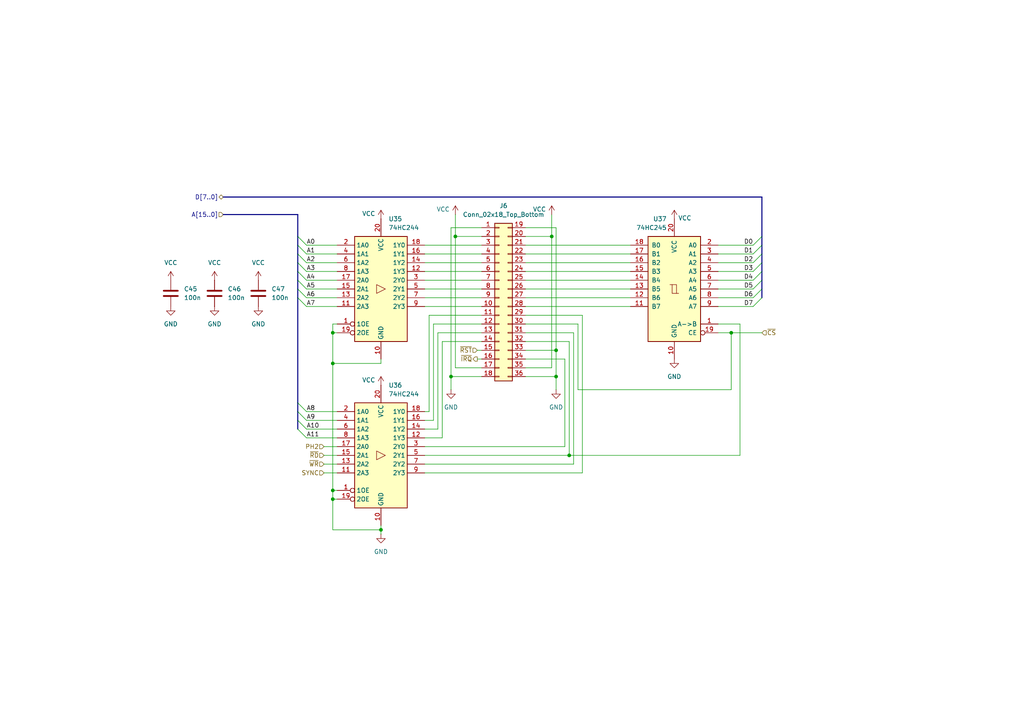
<source format=kicad_sch>
(kicad_sch (version 20231120) (generator "eeschema") (generator_version "8.0")
  (paper "A4")
  (lib_symbols
    (symbol "74xx:74HC244"
      (property "Reference" "U" (at -7.62 16.51 0))
      (property "Value" "74HC244" (at -7.62 -16.51 0))
      (symbol "74HC244_1_0"
        (polyline (pts (xy 1.27 0) (xy -1.27 1.27) (xy -1.27 -1.27) (xy 1.27 0)) (stroke (width 0.1524)))
        (pin input inverted (at -12.7 -10.16 0) (length 5.08) (name "1OE") (number "1"))
        (pin power_in line (at 0 -20.32 90) (length 5.08) (name "GND") (number "10"))
        (pin input line (at -12.7 -5.08 0) (length 5.08) (name "2A3") (number "11"))
        (pin tri_state line (at 12.7 5.08 180) (length 5.08) (name "1Y3") (number "12"))
        (pin input line (at -12.7 -2.54 0) (length 5.08) (name "2A2") (number "13"))
        (pin tri_state line (at 12.7 7.62 180) (length 5.08) (name "1Y2") (number "14"))
        (pin input line (at -12.7 0 0) (length 5.08) (name "2A1") (number "15"))
        (pin tri_state line (at 12.7 10.16 180) (length 5.08) (name "1Y1") (number "16"))
        (pin input line (at -12.7 2.54 0) (length 5.08) (name "2A0") (number "17"))
        (pin tri_state line (at 12.7 12.7 180) (length 5.08) (name "1Y0") (number "18"))
        (pin input inverted (at -12.7 -12.7 0) (length 5.08) (name "2OE") (number "19"))
        (pin input line (at -12.7 12.7 0) (length 5.08) (name "1A0") (number "2"))
        (pin power_in line (at 0 20.32 270) (length 5.08) (name "VCC") (number "20"))
        (pin tri_state line (at 12.7 2.54 180) (length 5.08) (name "2Y0") (number "3"))
        (pin input line (at -12.7 10.16 0) (length 5.08) (name "1A1") (number "4"))
        (pin tri_state line (at 12.7 0 180) (length 5.08) (name "2Y1") (number "5"))
        (pin input line (at -12.7 7.62 0) (length 5.08) (name "1A2") (number "6"))
        (pin tri_state line (at 12.7 -2.54 180) (length 5.08) (name "2Y2") (number "7"))
        (pin input line (at -12.7 5.08 0) (length 5.08) (name "1A3") (number "8"))
        (pin tri_state line (at 12.7 -5.08 180) (length 5.08) (name "2Y3") (number "9"))
      )
      (symbol "74HC244_1_1"
        (rectangle (start -7.62 15.24) (end 7.62 -15.24) (stroke (width 0.254)) (fill (type background)))
      )
    )
    (symbol "74xx:74HC245" (pin_names (offset 1.016))
      (property "Reference" "U" (at -7.62 16.51 0))
      (property "Value" "74HC245" (at -7.62 -16.51 0))
      (symbol "74HC245_1_0"
        (polyline (pts (xy -0.635 -1.27) (xy -0.635 1.27) (xy 0.635 1.27)))
        (polyline (pts (xy -1.27 -1.27) (xy 0.635 -1.27) (xy 0.635 1.27) (xy 1.27 1.27)))
        (pin input line (at -12.7 -10.16 0) (length 5.08) (name "A->B") (number "1"))
        (pin power_in line (at 0 -20.32 90) (length 5.08) (name "GND") (number "10"))
        (pin tri_state line (at 12.7 -5.08 180) (length 5.08) (name "B7") (number "11"))
        (pin tri_state line (at 12.7 -2.54 180) (length 5.08) (name "B6") (number "12"))
        (pin tri_state line (at 12.7 0 180) (length 5.08) (name "B5") (number "13"))
        (pin tri_state line (at 12.7 2.54 180) (length 5.08) (name "B4") (number "14"))
        (pin tri_state line (at 12.7 5.08 180) (length 5.08) (name "B3") (number "15"))
        (pin tri_state line (at 12.7 7.62 180) (length 5.08) (name "B2") (number "16"))
        (pin tri_state line (at 12.7 10.16 180) (length 5.08) (name "B1") (number "17"))
        (pin tri_state line (at 12.7 12.7 180) (length 5.08) (name "B0") (number "18"))
        (pin input inverted (at -12.7 -12.7 0) (length 5.08) (name "CE") (number "19"))
        (pin tri_state line (at -12.7 12.7 0) (length 5.08) (name "A0") (number "2"))
        (pin power_in line (at 0 20.32 270) (length 5.08) (name "VCC") (number "20"))
        (pin tri_state line (at -12.7 10.16 0) (length 5.08) (name "A1") (number "3"))
        (pin tri_state line (at -12.7 7.62 0) (length 5.08) (name "A2") (number "4"))
        (pin tri_state line (at -12.7 5.08 0) (length 5.08) (name "A3") (number "5"))
        (pin tri_state line (at -12.7 2.54 0) (length 5.08) (name "A4") (number "6"))
        (pin tri_state line (at -12.7 0 0) (length 5.08) (name "A5") (number "7"))
        (pin tri_state line (at -12.7 -2.54 0) (length 5.08) (name "A6") (number "8"))
        (pin tri_state line (at -12.7 -5.08 0) (length 5.08) (name "A7") (number "9"))
      )
      (symbol "74HC245_1_1"
        (rectangle (start -7.62 15.24) (end 7.62 -15.24) (stroke (width 0.254)) (fill (type background)))
      )
    )
    (symbol "Connector_Generic:Conn_02x18_Top_Bottom" (pin_names (offset 1.016) hide)
      (property "Reference" "J" (at 1.27 22.86 0))
      (property "Value" "Conn_02x18_Top_Bottom" (at 1.27 -25.4 0))
      (symbol "Conn_02x18_Top_Bottom_1_1"
        (rectangle (start -1.27 -22.733) (end 0 -22.987) (stroke (width 0.1524)))
        (rectangle (start -1.27 -20.193) (end 0 -20.447) (stroke (width 0.1524)))
        (rectangle (start -1.27 -17.653) (end 0 -17.907) (stroke (width 0.1524)))
        (rectangle (start -1.27 -15.113) (end 0 -15.367) (stroke (width 0.1524)))
        (rectangle (start -1.27 -12.573) (end 0 -12.827) (stroke (width 0.1524)))
        (rectangle (start -1.27 -10.033) (end 0 -10.287) (stroke (width 0.1524)))
        (rectangle (start -1.27 -7.493) (end 0 -7.747) (stroke (width 0.1524)))
        (rectangle (start -1.27 -4.953) (end 0 -5.207) (stroke (width 0.1524)))
        (rectangle (start -1.27 -2.413) (end 0 -2.667) (stroke (width 0.1524)))
        (rectangle (start -1.27 0.127) (end 0 -0.127) (stroke (width 0.1524)))
        (rectangle (start -1.27 2.667) (end 0 2.413) (stroke (width 0.1524)))
        (rectangle (start -1.27 5.207) (end 0 4.953) (stroke (width 0.1524)))
        (rectangle (start -1.27 7.747) (end 0 7.493) (stroke (width 0.1524)))
        (rectangle (start -1.27 10.287) (end 0 10.033) (stroke (width 0.1524)))
        (rectangle (start -1.27 12.827) (end 0 12.573) (stroke (width 0.1524)))
        (rectangle (start -1.27 15.367) (end 0 15.113) (stroke (width 0.1524)))
        (rectangle (start -1.27 17.907) (end 0 17.653) (stroke (width 0.1524)))
        (rectangle (start -1.27 20.447) (end 0 20.193) (stroke (width 0.1524)))
        (rectangle (start -1.27 21.59) (end 3.81 -24.13) (stroke (width 0.254)) (fill (type background)))
        (rectangle (start 3.81 -22.733) (end 2.54 -22.987) (stroke (width 0.1524)))
        (rectangle (start 3.81 -20.193) (end 2.54 -20.447) (stroke (width 0.1524)))
        (rectangle (start 3.81 -17.653) (end 2.54 -17.907) (stroke (width 0.1524)))
        (rectangle (start 3.81 -15.113) (end 2.54 -15.367) (stroke (width 0.1524)))
        (rectangle (start 3.81 -12.573) (end 2.54 -12.827) (stroke (width 0.1524)))
        (rectangle (start 3.81 -10.033) (end 2.54 -10.287) (stroke (width 0.1524)))
        (rectangle (start 3.81 -7.493) (end 2.54 -7.747) (stroke (width 0.1524)))
        (rectangle (start 3.81 -4.953) (end 2.54 -5.207) (stroke (width 0.1524)))
        (rectangle (start 3.81 -2.413) (end 2.54 -2.667) (stroke (width 0.1524)))
        (rectangle (start 3.81 0.127) (end 2.54 -0.127) (stroke (width 0.1524)))
        (rectangle (start 3.81 2.667) (end 2.54 2.413) (stroke (width 0.1524)))
        (rectangle (start 3.81 5.207) (end 2.54 4.953) (stroke (width 0.1524)))
        (rectangle (start 3.81 7.747) (end 2.54 7.493) (stroke (width 0.1524)))
        (rectangle (start 3.81 10.287) (end 2.54 10.033) (stroke (width 0.1524)))
        (rectangle (start 3.81 12.827) (end 2.54 12.573) (stroke (width 0.1524)))
        (rectangle (start 3.81 15.367) (end 2.54 15.113) (stroke (width 0.1524)))
        (rectangle (start 3.81 17.907) (end 2.54 17.653) (stroke (width 0.1524)))
        (rectangle (start 3.81 20.447) (end 2.54 20.193) (stroke (width 0.1524)))
        (pin passive line (at -5.08 20.32 0) (length 3.81) (name "Pin_1") (number "1"))
        (pin passive line (at -5.08 -2.54 0) (length 3.81) (name "Pin_10") (number "10"))
        (pin passive line (at -5.08 -5.08 0) (length 3.81) (name "Pin_11") (number "11"))
        (pin passive line (at -5.08 -7.62 0) (length 3.81) (name "Pin_12") (number "12"))
        (pin passive line (at -5.08 -10.16 0) (length 3.81) (name "Pin_13") (number "13"))
        (pin passive line (at -5.08 -12.7 0) (length 3.81) (name "Pin_14") (number "14"))
        (pin passive line (at -5.08 -15.24 0) (length 3.81) (name "Pin_15") (number "15"))
        (pin passive line (at -5.08 -17.78 0) (length 3.81) (name "Pin_16") (number "16"))
        (pin passive line (at -5.08 -20.32 0) (length 3.81) (name "Pin_17") (number "17"))
        (pin passive line (at -5.08 -22.86 0) (length 3.81) (name "Pin_18") (number "18"))
        (pin passive line (at 7.62 20.32 180) (length 3.81) (name "Pin_19") (number "19"))
        (pin passive line (at -5.08 17.78 0) (length 3.81) (name "Pin_2") (number "2"))
        (pin passive line (at 7.62 17.78 180) (length 3.81) (name "Pin_20") (number "20"))
        (pin passive line (at 7.62 15.24 180) (length 3.81) (name "Pin_21") (number "21"))
        (pin passive line (at 7.62 12.7 180) (length 3.81) (name "Pin_22") (number "22"))
        (pin passive line (at 7.62 10.16 180) (length 3.81) (name "Pin_23") (number "23"))
        (pin passive line (at 7.62 7.62 180) (length 3.81) (name "Pin_24") (number "24"))
        (pin passive line (at 7.62 5.08 180) (length 3.81) (name "Pin_25") (number "25"))
        (pin passive line (at 7.62 2.54 180) (length 3.81) (name "Pin_26") (number "26"))
        (pin passive line (at 7.62 0 180) (length 3.81) (name "Pin_27") (number "27"))
        (pin passive line (at 7.62 -2.54 180) (length 3.81) (name "Pin_28") (number "28"))
        (pin passive line (at 7.62 -5.08 180) (length 3.81) (name "Pin_29") (number "29"))
        (pin passive line (at -5.08 15.24 0) (length 3.81) (name "Pin_3") (number "3"))
        (pin passive line (at 7.62 -7.62 180) (length 3.81) (name "Pin_30") (number "30"))
        (pin passive line (at 7.62 -10.16 180) (length 3.81) (name "Pin_31") (number "31"))
        (pin passive line (at 7.62 -12.7 180) (length 3.81) (name "Pin_32") (number "32"))
        (pin passive line (at 7.62 -15.24 180) (length 3.81) (name "Pin_33") (number "33"))
        (pin passive line (at 7.62 -17.78 180) (length 3.81) (name "Pin_34") (number "34"))
        (pin passive line (at 7.62 -20.32 180) (length 3.81) (name "Pin_35") (number "35"))
        (pin passive line (at 7.62 -22.86 180) (length 3.81) (name "Pin_36") (number "36"))
        (pin passive line (at -5.08 12.7 0) (length 3.81) (name "Pin_4") (number "4"))
        (pin passive line (at -5.08 10.16 0) (length 3.81) (name "Pin_5") (number "5"))
        (pin passive line (at -5.08 7.62 0) (length 3.81) (name "Pin_6") (number "6"))
        (pin passive line (at -5.08 5.08 0) (length 3.81) (name "Pin_7") (number "7"))
        (pin passive line (at -5.08 2.54 0) (length 3.81) (name "Pin_8") (number "8"))
        (pin passive line (at -5.08 0 0) (length 3.81) (name "Pin_9") (number "9"))
      )
    )
    (symbol "Device:C" (pin_numbers hide) (pin_names (offset 0.254))
      (property "Reference" "C" (at 0.635 2.54 0))
      (property "Value" "C" (at 0.635 -2.54 0))
      (symbol "C_0_1"
        (polyline (pts (xy -2.032 -0.762) (xy 2.032 -0.762)) (stroke (width 0.508)))
        (polyline (pts (xy -2.032 0.762) (xy 2.032 0.762)) (stroke (width 0.508)))
      )
      (symbol "C_1_1"
        (pin passive line (at 0 3.81 270) (length 2.794) (name "~") (number "1"))
        (pin passive line (at 0 -3.81 90) (length 2.794) (name "~") (number "2"))
      )
    )
    (symbol "power:GND" (power) (pin_numbers hide) (pin_names (offset 0) hide)
      (property "Value" "GND" (at 0 -3.81 0))
      (symbol "GND_0_1"
        (polyline (pts (xy 0 0) (xy 0 -1.27) (xy 1.27 -1.27) (xy 0 -2.54) (xy -1.27 -1.27) (xy 0 -1.27)))
      )
      (symbol "GND_1_1"
        (pin power_in line (at 0 0 270) (length 0) (name "~") (number "1"))
      )
    )
    (symbol "power:VCC" (power) (pin_numbers hide) (pin_names (offset 0) hide)
      (property "Value" "VCC" (at 0 3.556 0))
      (symbol "VCC_0_1"
        (polyline (pts (xy -0.762 1.27) (xy 0 2.54)))
        (polyline (pts (xy 0 0) (xy 0 2.54)))
        (polyline (pts (xy 0 2.54) (xy 0.762 1.27)))
      )
      (symbol "VCC_1_1"
        (pin power_in line (at 0 0 90) (length 0) (name "~") (number "1"))
      )
    )
  )
  (junction (at 161.29 101.6))
  (junction (at 96.52 105.41))
  (junction (at 165.1 132.08))
  (junction (at 161.29 109.22))
  (junction (at 212.09 96.52))
  (junction (at 130.81 109.22))
  (junction (at 160.02 68.58))
  (junction (at 110.49 153.67))
  (junction (at 132.08 68.58))
  (junction (at 96.52 142.24))
  (junction (at 96.52 144.78))
  (junction (at 96.52 96.52))
  (bus_entry (at 220.98 78.74) (size -2.54 2.54))
  (bus_entry (at 86.36 71.12) (size 2.54 2.54))
  (bus_entry (at 86.36 116.84) (size 2.54 2.54))
  (bus_entry (at 86.36 73.66) (size 2.54 2.54))
  (bus_entry (at 220.98 68.58) (size -2.54 2.54))
  (bus_entry (at 86.36 76.2) (size 2.54 2.54))
  (bus_entry (at 220.98 73.66) (size -2.54 2.54))
  (bus_entry (at 86.36 81.28) (size 2.54 2.54))
  (bus_entry (at 220.98 71.12) (size -2.54 2.54))
  (bus_entry (at 220.98 76.2) (size -2.54 2.54))
  (bus_entry (at 220.98 86.36) (size -2.54 2.54))
  (bus_entry (at 86.36 121.92) (size 2.54 2.54))
  (bus_entry (at 86.36 124.46) (size 2.54 2.54))
  (bus_entry (at 86.36 68.58) (size 2.54 2.54))
  (bus_entry (at 220.98 81.28) (size -2.54 2.54))
  (bus_entry (at 86.36 119.38) (size 2.54 2.54))
  (bus_entry (at 86.36 86.36) (size 2.54 2.54))
  (bus_entry (at 220.98 83.82) (size -2.54 2.54))
  (bus_entry (at 86.36 83.82) (size 2.54 2.54))
  (bus_entry (at 86.36 78.74) (size 2.54 2.54))
  (wire (pts (xy 152.4 101.6) (xy 161.29 101.6)))
  (wire (pts (xy 88.9 78.74) (xy 97.79 78.74)))
  (wire (pts (xy 165.1 99.06) (xy 152.4 99.06)))
  (wire (pts (xy 93.98 134.62) (xy 97.79 134.62)))
  (bus (pts (xy 86.36 119.38) (xy 86.36 121.92)))
  (wire (pts (xy 110.49 152.4) (xy 110.49 153.67)))
  (wire (pts (xy 88.9 83.82) (xy 97.79 83.82)))
  (wire (pts (xy 138.43 101.6) (xy 139.7 101.6)))
  (bus (pts (xy 86.36 83.82) (xy 86.36 86.36)))
  (wire (pts (xy 208.28 78.74) (xy 218.44 78.74)))
  (wire (pts (xy 96.52 105.41) (xy 110.49 105.41)))
  (wire (pts (xy 132.08 68.58) (xy 132.08 62.23)))
  (wire (pts (xy 88.9 88.9) (xy 97.79 88.9)))
  (wire (pts (xy 168.91 137.16) (xy 168.91 91.44)))
  (wire (pts (xy 123.19 137.16) (xy 168.91 137.16)))
  (wire (pts (xy 152.4 73.66) (xy 182.88 73.66)))
  (bus (pts (xy 220.98 78.74) (xy 220.98 76.2)))
  (bus (pts (xy 220.98 76.2) (xy 220.98 73.66)))
  (wire (pts (xy 93.98 129.54) (xy 97.79 129.54)))
  (wire (pts (xy 208.28 73.66) (xy 218.44 73.66)))
  (wire (pts (xy 165.1 99.06) (xy 165.1 132.08)))
  (wire (pts (xy 93.98 132.08) (xy 97.79 132.08)))
  (wire (pts (xy 161.29 66.04) (xy 161.29 101.6)))
  (wire (pts (xy 212.09 113.03) (xy 167.64 113.03)))
  (wire (pts (xy 208.28 86.36) (xy 218.44 86.36)))
  (wire (pts (xy 123.19 129.54) (xy 163.83 129.54)))
  (wire (pts (xy 123.19 86.36) (xy 139.7 86.36)))
  (wire (pts (xy 96.52 144.78) (xy 96.52 142.24)))
  (wire (pts (xy 123.19 124.46) (xy 127 124.46)))
  (wire (pts (xy 163.83 129.54) (xy 163.83 104.14)))
  (wire (pts (xy 208.28 81.28) (xy 218.44 81.28)))
  (wire (pts (xy 130.81 109.22) (xy 139.7 109.22)))
  (bus (pts (xy 64.77 57.15) (xy 220.98 57.15)))
  (wire (pts (xy 167.64 93.98) (xy 152.4 93.98)))
  (wire (pts (xy 130.81 66.04) (xy 139.7 66.04)))
  (wire (pts (xy 167.64 93.98) (xy 167.64 113.03)))
  (wire (pts (xy 123.19 83.82) (xy 139.7 83.82)))
  (wire (pts (xy 123.19 134.62) (xy 166.37 134.62)))
  (wire (pts (xy 130.81 66.04) (xy 130.81 109.22)))
  (wire (pts (xy 152.4 96.52) (xy 166.37 96.52)))
  (wire (pts (xy 88.9 71.12) (xy 97.79 71.12)))
  (wire (pts (xy 152.4 83.82) (xy 182.88 83.82)))
  (wire (pts (xy 166.37 96.52) (xy 166.37 134.62)))
  (wire (pts (xy 208.28 71.12) (xy 218.44 71.12)))
  (wire (pts (xy 123.19 78.74) (xy 139.7 78.74)))
  (bus (pts (xy 86.36 62.23) (xy 86.36 68.58)))
  (wire (pts (xy 123.19 88.9) (xy 139.7 88.9)))
  (bus (pts (xy 86.36 81.28) (xy 86.36 83.82)))
  (wire (pts (xy 165.1 132.08) (xy 214.63 132.08)))
  (wire (pts (xy 152.4 81.28) (xy 182.88 81.28)))
  (wire (pts (xy 96.52 142.24) (xy 96.52 105.41)))
  (wire (pts (xy 208.28 88.9) (xy 218.44 88.9)))
  (bus (pts (xy 86.36 86.36) (xy 86.36 116.84)))
  (wire (pts (xy 130.81 113.03) (xy 130.81 109.22)))
  (wire (pts (xy 208.28 83.82) (xy 218.44 83.82)))
  (wire (pts (xy 160.02 106.68) (xy 160.02 68.58)))
  (wire (pts (xy 88.9 127) (xy 97.79 127)))
  (wire (pts (xy 152.4 66.04) (xy 161.29 66.04)))
  (wire (pts (xy 168.91 91.44) (xy 152.4 91.44)))
  (wire (pts (xy 96.52 105.41) (xy 96.52 96.52)))
  (wire (pts (xy 152.4 71.12) (xy 182.88 71.12)))
  (bus (pts (xy 220.98 83.82) (xy 220.98 81.28)))
  (wire (pts (xy 96.52 153.67) (xy 96.52 144.78)))
  (wire (pts (xy 138.43 104.14) (xy 139.7 104.14)))
  (wire (pts (xy 88.9 73.66) (xy 97.79 73.66)))
  (bus (pts (xy 220.98 81.28) (xy 220.98 78.74)))
  (wire (pts (xy 160.02 68.58) (xy 160.02 62.23)))
  (bus (pts (xy 64.77 62.23) (xy 86.36 62.23)))
  (wire (pts (xy 110.49 104.14) (xy 110.49 105.41)))
  (wire (pts (xy 97.79 144.78) (xy 96.52 144.78)))
  (bus (pts (xy 86.36 73.66) (xy 86.36 76.2)))
  (wire (pts (xy 123.19 71.12) (xy 139.7 71.12)))
  (wire (pts (xy 125.73 93.98) (xy 139.7 93.98)))
  (wire (pts (xy 132.08 68.58) (xy 132.08 106.68)))
  (wire (pts (xy 88.9 124.46) (xy 97.79 124.46)))
  (bus (pts (xy 86.36 121.92) (xy 86.36 124.46)))
  (bus (pts (xy 86.36 116.84) (xy 86.36 119.38)))
  (wire (pts (xy 123.19 73.66) (xy 139.7 73.66)))
  (wire (pts (xy 125.73 121.92) (xy 125.73 93.98)))
  (wire (pts (xy 152.4 109.22) (xy 161.29 109.22)))
  (bus (pts (xy 86.36 76.2) (xy 86.36 78.74)))
  (wire (pts (xy 123.19 81.28) (xy 139.7 81.28)))
  (wire (pts (xy 152.4 76.2) (xy 182.88 76.2)))
  (wire (pts (xy 88.9 119.38) (xy 97.79 119.38)))
  (wire (pts (xy 123.19 132.08) (xy 165.1 132.08)))
  (wire (pts (xy 128.27 127) (xy 128.27 99.06)))
  (wire (pts (xy 96.52 96.52) (xy 97.79 96.52)))
  (wire (pts (xy 127 96.52) (xy 139.7 96.52)))
  (wire (pts (xy 152.4 68.58) (xy 160.02 68.58)))
  (bus (pts (xy 86.36 68.58) (xy 86.36 71.12)))
  (wire (pts (xy 110.49 153.67) (xy 110.49 154.94)))
  (wire (pts (xy 123.19 121.92) (xy 125.73 121.92)))
  (wire (pts (xy 93.98 137.16) (xy 97.79 137.16)))
  (wire (pts (xy 96.52 93.98) (xy 97.79 93.98)))
  (wire (pts (xy 163.83 104.14) (xy 152.4 104.14)))
  (wire (pts (xy 96.52 96.52) (xy 96.52 93.98)))
  (wire (pts (xy 127 124.46) (xy 127 96.52)))
  (wire (pts (xy 161.29 109.22) (xy 161.29 113.03)))
  (wire (pts (xy 212.09 96.52) (xy 220.98 96.52)))
  (wire (pts (xy 123.19 76.2) (xy 139.7 76.2)))
  (wire (pts (xy 128.27 99.06) (xy 139.7 99.06)))
  (bus (pts (xy 220.98 86.36) (xy 220.98 83.82)))
  (wire (pts (xy 161.29 101.6) (xy 161.29 109.22)))
  (wire (pts (xy 139.7 68.58) (xy 132.08 68.58)))
  (bus (pts (xy 220.98 71.12) (xy 220.98 68.58)))
  (wire (pts (xy 152.4 106.68) (xy 160.02 106.68)))
  (bus (pts (xy 220.98 68.58) (xy 220.98 57.15)))
  (wire (pts (xy 152.4 88.9) (xy 182.88 88.9)))
  (bus (pts (xy 220.98 73.66) (xy 220.98 71.12)))
  (wire (pts (xy 88.9 76.2) (xy 97.79 76.2)))
  (bus (pts (xy 86.36 71.12) (xy 86.36 73.66)))
  (wire (pts (xy 123.19 127) (xy 128.27 127)))
  (wire (pts (xy 212.09 96.52) (xy 212.09 113.03)))
  (wire (pts (xy 88.9 86.36) (xy 97.79 86.36)))
  (wire (pts (xy 110.49 153.67) (xy 96.52 153.67)))
  (wire (pts (xy 124.46 91.44) (xy 139.7 91.44)))
  (wire (pts (xy 214.63 93.98) (xy 214.63 132.08)))
  (wire (pts (xy 152.4 78.74) (xy 182.88 78.74)))
  (bus (pts (xy 86.36 78.74) (xy 86.36 81.28)))
  (wire (pts (xy 214.63 93.98) (xy 208.28 93.98)))
  (wire (pts (xy 132.08 106.68) (xy 139.7 106.68)))
  (wire (pts (xy 88.9 121.92) (xy 97.79 121.92)))
  (wire (pts (xy 88.9 81.28) (xy 97.79 81.28)))
  (wire (pts (xy 124.46 119.38) (xy 124.46 91.44)))
  (wire (pts (xy 208.28 76.2) (xy 218.44 76.2)))
  (wire (pts (xy 152.4 86.36) (xy 182.88 86.36)))
  (wire (pts (xy 123.19 119.38) (xy 124.46 119.38)))
  (wire (pts (xy 97.79 142.24) (xy 96.52 142.24)))
  (wire (pts (xy 208.28 96.52) (xy 212.09 96.52)))
  (label "A8" (at 88.9 119.38 0))
  (label "A9" (at 88.9 121.92 0))
  (label "D4" (at 218.44 81.28 180))
  (label "A2" (at 88.9 76.2 0))
  (label "A11" (at 88.9 127 0))
  (label "D0" (at 218.44 71.12 180))
  (label "D7" (at 218.44 88.9 180))
  (label "A7" (at 88.9 88.9 0))
  (label "A10" (at 88.9 124.46 0))
  (label "D3" (at 218.44 78.74 180))
  (label "A3" (at 88.9 78.74 0))
  (label "A5" (at 88.9 83.82 0))
  (label "D1" (at 218.44 73.66 180))
  (label "A4" (at 88.9 81.28 0))
  (label "A0" (at 88.9 71.12 0))
  (label "D2" (at 218.44 76.2 180))
  (label "D6" (at 218.44 86.36 180))
  (label "A1" (at 88.9 73.66 0))
  (label "D5" (at 218.44 83.82 180))
  (label "A6" (at 88.9 86.36 0))
  (hierarchical_label "~{WR}" (shape input) (at 93.98 134.62 180))
  (hierarchical_label "SYNC" (shape input) (at 93.98 137.16 180))
  (hierarchical_label "~{CS}" (shape input) (at 220.98 96.52 0))
  (hierarchical_label "D[7..0]" (shape bidirectional) (at 64.77 57.15 180))
  (hierarchical_label "~{RD}" (shape input) (at 93.98 132.08 180))
  (hierarchical_label "A[15..0]" (shape input) (at 64.77 62.23 180))
  (hierarchical_label "~{RST}" (shape input) (at 138.43 101.6 180))
  (hierarchical_label "PH2" (shape input) (at 93.98 129.54 180))
  (hierarchical_label "~{IRQ}" (shape output) (at 138.43 104.14 180))
  (symbol (lib_id "Device:C") (at 74.93 85.09 0) (unit 1)
    (property "Reference" "C47" (at 78.74 83.8199 0) (effects (justify left)))
    (property "Value" "100n" (at 78.74 86.3599 0) (effects (justify left)))
    (property "Footprint" "Capacitor_THT:C_Disc_D5.0mm_W2.5mm_P2.50mm" (effects (hide yes)))
    (property "Description" "Unpolarized capacitor" (effects (hide yes)))
  )
  (symbol (lib_id "power:VCC") (at 62.23 81.28 0) (unit 1)
    (property "Reference" "#PWR0175" (effects (hide yes)))
    (property "Value" "VCC" (at 62.23 76.2 0))
    (property "Description" "Power symbol creates a global label with name \"VCC\"" (effects (hide yes)))
  )
  (symbol (lib_id "74xx:74HC245") (at 195.58 83.82 0) (mirror y) (unit 1)
    (property "Reference" "U37" (at 193.3859 63.5 0) (effects (justify left)))
    (property "Value" "74HC245" (at 193.3859 66.04 0) (effects (justify left)))
    (property "Footprint" "Package_DIP:DIP-20_W7.62mm" (effects (hide yes)))
    (property "Datasheet" "http://www.ti.com/lit/gpn/sn74HC245" (effects (hide yes)))
    (property "Description" "Octal BUS Transceivers, 3-State outputs" (effects (hide yes)))
  )
  (symbol (lib_id "power:GND") (at 62.23 88.9 0) (unit 1)
    (property "Reference" "#PWR0176" (effects (hide yes)))
    (property "Value" "GND" (at 62.23 93.98 0))
    (property "Description" "Power symbol creates a global label with name \"GND\" , ground" (effects (hide yes)))
  )
  (symbol (lib_id "power:VCC") (at 74.93 81.28 0) (unit 1)
    (property "Reference" "#PWR0177" (effects (hide yes)))
    (property "Value" "VCC" (at 74.93 76.2 0))
    (property "Description" "Power symbol creates a global label with name \"VCC\"" (effects (hide yes)))
  )
  (symbol (lib_id "power:VCC") (at 110.49 111.76 0) (unit 1)
    (property "Reference" "#PWR089" (effects (hide yes)))
    (property "Value" "VCC" (at 106.934 110.236 0))
    (property "Description" "Power symbol creates a global label with name \"VCC\"" (effects (hide yes)))
  )
  (symbol (lib_id "Device:C") (at 62.23 85.09 0) (unit 1)
    (property "Reference" "C46" (at 66.04 83.8199 0) (effects (justify left)))
    (property "Value" "100n" (at 66.04 86.3599 0) (effects (justify left)))
    (property "Footprint" "Capacitor_THT:C_Disc_D5.0mm_W2.5mm_P2.50mm" (effects (hide yes)))
    (property "Description" "Unpolarized capacitor" (effects (hide yes)))
  )
  (symbol (lib_id "power:GND") (at 49.53 88.9 0) (unit 1)
    (property "Reference" "#PWR0174" (effects (hide yes)))
    (property "Value" "GND" (at 49.53 93.98 0))
    (property "Description" "Power symbol creates a global label with name \"GND\" , ground" (effects (hide yes)))
  )
  (symbol (lib_id "power:GND") (at 74.93 88.9 0) (unit 1)
    (property "Reference" "#PWR0178" (effects (hide yes)))
    (property "Value" "GND" (at 74.93 93.98 0))
    (property "Description" "Power symbol creates a global label with name \"GND\" , ground" (effects (hide yes)))
  )
  (symbol (lib_id "Connector_Generic:Conn_02x18_Top_Bottom") (at 144.78 86.36 0) (unit 1)
    (property "Reference" "J6" (at 146.05 59.69 0))
    (property "Value" "Conn_02x18_Top_Bottom" (at 146.05 62.23 0))
    (property "Footprint" "8bits:EDGE_2x18" (effects (hide yes)))
    (property "Description" "Generic connector, double row, 02x18, top/bottom pin numbering scheme (row 1: 1...pins_per_row, row2: pins_per_row+1 ... num_pins), script generated (kicad-library-utils/schlib/autogen/connector/)" (effects (hide yes)))
  )
  (symbol (lib_id "power:GND") (at 195.58 104.14 0) (unit 1)
    (property "Reference" "#PWR096" (effects (hide yes)))
    (property "Value" "GND" (at 195.58 109.22 0))
    (property "Description" "Power symbol creates a global label with name \"GND\" , ground" (effects (hide yes)))
  )
  (symbol (lib_id "power:GND") (at 161.29 113.03 0) (unit 1)
    (property "Reference" "#PWR098" (effects (hide yes)))
    (property "Value" "GND" (at 161.29 118.11 0))
    (property "Description" "Power symbol creates a global label with name \"GND\" , ground" (effects (hide yes)))
  )
  (symbol (lib_id "power:GND") (at 130.81 113.03 0) (unit 1)
    (property "Reference" "#PWR097" (effects (hide yes)))
    (property "Value" "GND" (at 130.81 118.11 0))
    (property "Description" "Power symbol creates a global label with name \"GND\" , ground" (effects (hide yes)))
  )
  (symbol (lib_id "power:VCC") (at 195.58 63.5 0) (unit 1)
    (property "Reference" "#PWR099" (effects (hide yes)))
    (property "Value" "VCC" (at 198.628 63.246 0))
    (property "Description" "Power symbol creates a global label with name \"VCC\"" (effects (hide yes)))
  )
  (symbol (lib_id "power:VCC") (at 132.08 62.23 0) (unit 1)
    (property "Reference" "#PWR091" (effects (hide yes)))
    (property "Value" "VCC" (at 128.524 60.706 0))
    (property "Description" "Power symbol creates a global label with name \"VCC\"" (effects (hide yes)))
  )
  (symbol (lib_id "Device:C") (at 49.53 85.09 0) (unit 1)
    (property "Reference" "C45" (at 53.34 83.8199 0) (effects (justify left)))
    (property "Value" "100n" (at 53.34 86.3599 0) (effects (justify left)))
    (property "Footprint" "Capacitor_THT:C_Disc_D5.0mm_W2.5mm_P2.50mm" (effects (hide yes)))
    (property "Description" "Unpolarized capacitor" (effects (hide yes)))
  )
  (symbol (lib_id "power:VCC") (at 110.49 63.5 0) (unit 1)
    (property "Reference" "#PWR090" (effects (hide yes)))
    (property "Value" "VCC" (at 106.934 61.976 0))
    (property "Description" "Power symbol creates a global label with name \"VCC\"" (effects (hide yes)))
  )
  (symbol (lib_id "74xx:74HC244") (at 110.49 83.82 0) (unit 1)
    (property "Reference" "U35" (at 112.6841 63.5 0) (effects (justify left)))
    (property "Value" "74HC244" (at 112.6841 66.04 0) (effects (justify left)))
    (property "Footprint" "Package_DIP:DIP-20_W7.62mm" (effects (hide yes)))
    (property "Datasheet" "https://assets.nexperia.com/documents/data-sheet/74HC_HCT244.pdf" (effects (hide yes)))
    (property "Description" "8-bit Buffer/Line Driver 3-state" (effects (hide yes)))
  )
  (symbol (lib_id "power:VCC") (at 160.02 62.23 0) (unit 1)
    (property "Reference" "#PWR092" (effects (hide yes)))
    (property "Value" "VCC" (at 156.464 60.706 0))
    (property "Description" "Power symbol creates a global label with name \"VCC\"" (effects (hide yes)))
  )
  (symbol (lib_id "power:VCC") (at 49.53 81.28 0) (unit 1)
    (property "Reference" "#PWR0173" (effects (hide yes)))
    (property "Value" "VCC" (at 49.53 76.2 0))
    (property "Description" "Power symbol creates a global label with name \"VCC\"" (effects (hide yes)))
  )
  (symbol (lib_id "power:GND") (at 110.49 154.94 0) (unit 1)
    (property "Reference" "#PWR088" (effects (hide yes)))
    (property "Value" "GND" (at 110.49 160.02 0))
    (property "Description" "Power symbol creates a global label with name \"GND\" , ground" (effects (hide yes)))
  )
  (symbol (lib_id "74xx:74HC244") (at 110.49 132.08 0) (unit 1)
    (property "Reference" "U36" (at 112.6841 111.76 0) (effects (justify left)))
    (property "Value" "74HC244" (at 112.6841 114.3 0) (effects (justify left)))
    (property "Footprint" "Package_DIP:DIP-20_W7.62mm" (effects (hide yes)))
    (property "Datasheet" "https://assets.nexperia.com/documents/data-sheet/74HC_HCT244.pdf" (effects (hide yes)))
    (property "Description" "8-bit Buffer/Line Driver 3-state" (effects (hide yes)))
  )
)
</source>
